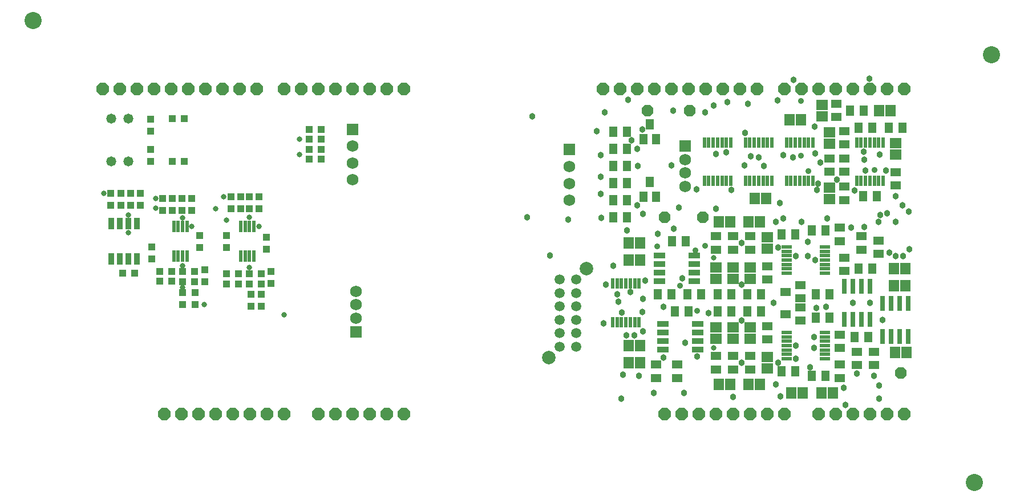
<source format=gts>
G04*
G04 #@! TF.GenerationSoftware,Altium Limited,Altium Designer,20.0.13 (296)*
G04*
G04 Layer_Color=8388736*
%FSLAX24Y24*%
%MOIN*%
G70*
G01*
G75*
%ADD29R,0.0420X0.0420*%
%ADD30R,0.0420X0.0420*%
G04:AMPARAMS|DCode=33|XSize=31.6mil|YSize=31.6mil|CornerRadius=15.8mil|HoleSize=0mil|Usage=FLASHONLY|Rotation=0.000|XOffset=0mil|YOffset=0mil|HoleType=Round|Shape=RoundedRectangle|*
%AMROUNDEDRECTD33*
21,1,0.0316,0.0000,0,0,0.0*
21,1,0.0000,0.0316,0,0,0.0*
1,1,0.0316,0.0000,0.0000*
1,1,0.0316,0.0000,0.0000*
1,1,0.0316,0.0000,0.0000*
1,1,0.0316,0.0000,0.0000*
%
%ADD33ROUNDEDRECTD33*%
%ADD34R,0.0592X0.0671*%
%ADD35R,0.0220X0.0640*%
%ADD36R,0.0640X0.0220*%
%ADD37R,0.0300X0.0860*%
%ADD38R,0.0631X0.0513*%
%ADD39R,0.0513X0.0631*%
%ADD40R,0.0631X0.0474*%
%ADD41R,0.0474X0.0631*%
%ADD42R,0.0671X0.0592*%
%ADD43R,0.0710X0.0330*%
%ADD44C,0.1000*%
%ADD45R,0.0237X0.0651*%
%ADD46R,0.0330X0.0710*%
%ADD47P,0.0801X8X22.5*%
%ADD48P,0.0736X8X22.5*%
%ADD49R,0.0680X0.0680*%
%ADD50C,0.0680*%
%ADD51C,0.0595*%
%ADD52C,0.0789*%
%ADD53C,0.0580*%
%ADD54C,0.0380*%
%ADD55C,0.0350*%
%ADD56C,0.0320*%
%ADD57C,0.0330*%
D29*
X9138Y13705D02*
D03*
Y13005D02*
D03*
X8567D02*
D03*
Y13705D02*
D03*
X10905Y9336D02*
D03*
Y8636D02*
D03*
X9650Y13705D02*
D03*
Y13005D02*
D03*
X10221D02*
D03*
Y13705D02*
D03*
X4587Y13616D02*
D03*
Y12916D02*
D03*
X5147D02*
D03*
Y13616D02*
D03*
X7044Y9420D02*
D03*
Y8720D02*
D03*
X3277Y13905D02*
D03*
Y13205D02*
D03*
X2701D02*
D03*
Y13905D02*
D03*
X2126D02*
D03*
Y13205D02*
D03*
X1550D02*
D03*
Y13905D02*
D03*
X6267Y13616D02*
D03*
Y12916D02*
D03*
X5707D02*
D03*
Y13616D02*
D03*
X3880Y17540D02*
D03*
Y18240D02*
D03*
Y16475D02*
D03*
Y15775D02*
D03*
X10325Y7996D02*
D03*
Y7296D02*
D03*
X9731Y7996D02*
D03*
Y7296D02*
D03*
X10630Y11320D02*
D03*
Y10620D02*
D03*
X6470Y8095D02*
D03*
Y7395D02*
D03*
X5750Y8095D02*
D03*
Y7395D02*
D03*
X6736Y11439D02*
D03*
Y10739D02*
D03*
X3930Y10770D02*
D03*
Y10070D02*
D03*
X8312Y11420D02*
D03*
Y10720D02*
D03*
D30*
Y8596D02*
D03*
X9012D02*
D03*
X4417Y8775D02*
D03*
X5117D02*
D03*
X9625Y9196D02*
D03*
X10325D02*
D03*
X9625Y8596D02*
D03*
X10325D02*
D03*
X8312Y9196D02*
D03*
X9012D02*
D03*
X5757Y9322D02*
D03*
X6457D02*
D03*
X5750Y8735D02*
D03*
X6450D02*
D03*
X4410Y9336D02*
D03*
X5110D02*
D03*
X5847Y18250D02*
D03*
X5147D02*
D03*
X5847Y15775D02*
D03*
X5147D02*
D03*
X13146Y17643D02*
D03*
X13846D02*
D03*
X13146Y16475D02*
D03*
X13846D02*
D03*
X13146Y17059D02*
D03*
X13846D02*
D03*
X13146Y15891D02*
D03*
X13846D02*
D03*
X2951Y9220D02*
D03*
X2251D02*
D03*
D33*
X36775Y4873D02*
D03*
Y10123D02*
D03*
D34*
X41985Y2248D02*
D03*
X41315D02*
D03*
X43065D02*
D03*
X43735D02*
D03*
X47315Y8498D02*
D03*
X47985D02*
D03*
X47315Y9498D02*
D03*
X47985D02*
D03*
X31815Y4998D02*
D03*
X32485D02*
D03*
X31815Y3998D02*
D03*
X32485D02*
D03*
X46440Y18748D02*
D03*
X47110D02*
D03*
X39485Y12248D02*
D03*
X38815D02*
D03*
X39485Y2748D02*
D03*
X38815D02*
D03*
X37065Y12248D02*
D03*
X37735D02*
D03*
X37065Y2748D02*
D03*
X37735D02*
D03*
X48035Y4598D02*
D03*
X47365D02*
D03*
X41215Y18198D02*
D03*
X41885D02*
D03*
X39165Y13598D02*
D03*
X39835D02*
D03*
X31815Y10998D02*
D03*
X32485D02*
D03*
X31815Y9998D02*
D03*
X32485D02*
D03*
D35*
X42570Y16868D02*
D03*
X42310D02*
D03*
X42060D02*
D03*
X41800D02*
D03*
X41540D02*
D03*
X41290D02*
D03*
X41030D02*
D03*
Y14628D02*
D03*
X41290D02*
D03*
X41540D02*
D03*
X41800D02*
D03*
X42060D02*
D03*
X42310D02*
D03*
X42570D02*
D03*
X32420Y8618D02*
D03*
X32160D02*
D03*
X31910D02*
D03*
X31650D02*
D03*
X31390D02*
D03*
X31140D02*
D03*
X30880D02*
D03*
Y6378D02*
D03*
X31140D02*
D03*
X31390D02*
D03*
X31650D02*
D03*
X31910D02*
D03*
X32160D02*
D03*
X32420D02*
D03*
X45130Y14628D02*
D03*
X45390D02*
D03*
X45640D02*
D03*
X45900D02*
D03*
X46160D02*
D03*
X46410D02*
D03*
X46670D02*
D03*
Y16868D02*
D03*
X46410D02*
D03*
X46160D02*
D03*
X45900D02*
D03*
X45640D02*
D03*
X45390D02*
D03*
X45130D02*
D03*
X38630Y14628D02*
D03*
X38890D02*
D03*
X39140D02*
D03*
X39400D02*
D03*
X39660D02*
D03*
X39910D02*
D03*
X40170D02*
D03*
Y16868D02*
D03*
X39910D02*
D03*
X39660D02*
D03*
X39400D02*
D03*
X39140D02*
D03*
X38890D02*
D03*
X38630D02*
D03*
X37770D02*
D03*
X37510D02*
D03*
X37260D02*
D03*
X37000D02*
D03*
X36740D02*
D03*
X36490D02*
D03*
X36230D02*
D03*
Y14628D02*
D03*
X36490D02*
D03*
X36740D02*
D03*
X37000D02*
D03*
X37260D02*
D03*
X37510D02*
D03*
X37770D02*
D03*
D36*
X41030Y5768D02*
D03*
Y5508D02*
D03*
Y5258D02*
D03*
Y4998D02*
D03*
Y4738D02*
D03*
Y4488D02*
D03*
Y4228D02*
D03*
X43270D02*
D03*
Y4488D02*
D03*
Y4738D02*
D03*
Y4998D02*
D03*
Y5258D02*
D03*
Y5508D02*
D03*
Y5768D02*
D03*
Y9228D02*
D03*
Y9488D02*
D03*
Y9738D02*
D03*
Y9998D02*
D03*
Y10258D02*
D03*
Y10508D02*
D03*
Y10768D02*
D03*
X41030D02*
D03*
Y10508D02*
D03*
Y10258D02*
D03*
Y9998D02*
D03*
Y9738D02*
D03*
Y9488D02*
D03*
Y9228D02*
D03*
D37*
X48150Y5528D02*
D03*
X47650D02*
D03*
X47150D02*
D03*
X46650D02*
D03*
Y7468D02*
D03*
X47150D02*
D03*
X47650D02*
D03*
X48150D02*
D03*
X45900Y6528D02*
D03*
X45400D02*
D03*
X44900D02*
D03*
X44400D02*
D03*
Y8468D02*
D03*
X44900D02*
D03*
X45400D02*
D03*
X45900D02*
D03*
D38*
X44150Y3104D02*
D03*
Y3892D02*
D03*
Y4854D02*
D03*
Y5642D02*
D03*
X46400Y11142D02*
D03*
Y10354D02*
D03*
X46150Y3854D02*
D03*
Y4642D02*
D03*
X45400Y11392D02*
D03*
Y10604D02*
D03*
X45150Y3854D02*
D03*
Y4642D02*
D03*
X43950Y19147D02*
D03*
Y18359D02*
D03*
X38900Y11392D02*
D03*
Y10604D02*
D03*
X37900D02*
D03*
Y11392D02*
D03*
Y4392D02*
D03*
Y3604D02*
D03*
X36900Y11392D02*
D03*
Y10604D02*
D03*
Y3604D02*
D03*
Y4392D02*
D03*
X44150Y11892D02*
D03*
Y11104D02*
D03*
X44400Y10142D02*
D03*
Y9354D02*
D03*
X38900Y3604D02*
D03*
Y4392D02*
D03*
X39900Y8854D02*
D03*
Y9642D02*
D03*
Y6142D02*
D03*
Y5354D02*
D03*
X44415Y15942D02*
D03*
Y15154D02*
D03*
Y16754D02*
D03*
Y17542D02*
D03*
X44420Y14292D02*
D03*
Y13504D02*
D03*
X33404Y3108D02*
D03*
Y3896D02*
D03*
X34650Y3892D02*
D03*
Y3104D02*
D03*
X47400Y14354D02*
D03*
Y15142D02*
D03*
X43550Y15154D02*
D03*
Y15942D02*
D03*
D39*
X43294Y3248D02*
D03*
X42506D02*
D03*
X31694Y13498D02*
D03*
X30906D02*
D03*
X43544Y6623D02*
D03*
X42756D02*
D03*
X45256Y9498D02*
D03*
X46044D02*
D03*
X45006Y5498D02*
D03*
X45794D02*
D03*
X46044Y17748D02*
D03*
X45256D02*
D03*
X47794D02*
D03*
X47006D02*
D03*
X31694Y16498D02*
D03*
X30906D02*
D03*
X41544Y3498D02*
D03*
X40756D02*
D03*
X44756Y18748D02*
D03*
X45544D02*
D03*
X31694Y12498D02*
D03*
X30906D02*
D03*
X43294Y11748D02*
D03*
X42506D02*
D03*
X43544Y7998D02*
D03*
X42756D02*
D03*
X41544Y11498D02*
D03*
X40756D02*
D03*
X31694Y14498D02*
D03*
X30906D02*
D03*
X39544Y7998D02*
D03*
X38756D02*
D03*
X39544Y6998D02*
D03*
X38756D02*
D03*
X37006Y7998D02*
D03*
X37794D02*
D03*
X37006Y6998D02*
D03*
X37794D02*
D03*
X45506Y13748D02*
D03*
X46294D02*
D03*
X35136Y11100D02*
D03*
X34349D02*
D03*
X35294Y7006D02*
D03*
X34506D02*
D03*
X31694Y15498D02*
D03*
X30906D02*
D03*
X36044Y7998D02*
D03*
X35256D02*
D03*
X34294D02*
D03*
X33506D02*
D03*
X31694Y17498D02*
D03*
X30906D02*
D03*
D40*
X41833Y6474D02*
D03*
Y7222D02*
D03*
X40967Y6848D02*
D03*
X41833Y7774D02*
D03*
Y8522D02*
D03*
X40967Y8148D02*
D03*
D41*
X32676Y13690D02*
D03*
X33424D02*
D03*
X33050Y14556D02*
D03*
X32676Y17065D02*
D03*
X33424D02*
D03*
X33050Y17931D02*
D03*
D42*
X43550Y16813D02*
D03*
Y17483D02*
D03*
X43545Y14233D02*
D03*
Y13563D02*
D03*
X39900Y10663D02*
D03*
Y11333D02*
D03*
Y4333D02*
D03*
Y3663D02*
D03*
X43110Y18413D02*
D03*
Y19083D02*
D03*
X38900Y9583D02*
D03*
Y8913D02*
D03*
Y5413D02*
D03*
Y6083D02*
D03*
X37900Y8913D02*
D03*
Y9583D02*
D03*
Y6083D02*
D03*
Y5413D02*
D03*
X36900Y9583D02*
D03*
Y8913D02*
D03*
Y5413D02*
D03*
Y6083D02*
D03*
X47400Y16163D02*
D03*
Y16833D02*
D03*
D43*
X33798Y6262D02*
D03*
Y5762D02*
D03*
Y5262D02*
D03*
Y4762D02*
D03*
X35848Y6262D02*
D03*
Y5762D02*
D03*
Y5262D02*
D03*
Y4762D02*
D03*
X33598Y10250D02*
D03*
Y9750D02*
D03*
Y9250D02*
D03*
Y8750D02*
D03*
X35648Y10250D02*
D03*
Y9750D02*
D03*
Y9250D02*
D03*
Y8750D02*
D03*
D44*
X52000Y-3000D02*
D03*
X53000Y22000D02*
D03*
X-3000Y24000D02*
D03*
D45*
X9906Y11964D02*
D03*
X9650D02*
D03*
X9394D02*
D03*
X9138D02*
D03*
X9906Y10232D02*
D03*
X9650D02*
D03*
X9394D02*
D03*
X9138D02*
D03*
X5998Y11971D02*
D03*
X5742D02*
D03*
X5486D02*
D03*
X5230D02*
D03*
X5998Y10239D02*
D03*
X5742D02*
D03*
X5486D02*
D03*
X5230D02*
D03*
D46*
X1570Y10070D02*
D03*
X2070D02*
D03*
X2570D02*
D03*
X3070D02*
D03*
X1570Y12120D02*
D03*
X2070D02*
D03*
X2570D02*
D03*
X3070D02*
D03*
D47*
X43900Y19998D02*
D03*
X42900Y998D02*
D03*
X44900Y19998D02*
D03*
X45900D02*
D03*
X46900D02*
D03*
X47900D02*
D03*
X42900D02*
D03*
X41900D02*
D03*
X40900D02*
D03*
X39300D02*
D03*
X38300D02*
D03*
X37300D02*
D03*
X36300D02*
D03*
X35300D02*
D03*
X34300D02*
D03*
X33300D02*
D03*
X32300D02*
D03*
X43900Y998D02*
D03*
X44900D02*
D03*
X45900D02*
D03*
X46900D02*
D03*
X47900D02*
D03*
X40900D02*
D03*
X39900D02*
D03*
X38900D02*
D03*
X37900D02*
D03*
X36900D02*
D03*
X35900D02*
D03*
X31300Y19998D02*
D03*
X30300D02*
D03*
X34900Y998D02*
D03*
X33900D02*
D03*
X14670Y20000D02*
D03*
X13670Y1000D02*
D03*
X15670Y20000D02*
D03*
X16670D02*
D03*
X17670D02*
D03*
X18670D02*
D03*
X13670D02*
D03*
X12670D02*
D03*
X11670D02*
D03*
X10070D02*
D03*
X9070D02*
D03*
X8070D02*
D03*
X7070D02*
D03*
X6070D02*
D03*
X5070D02*
D03*
X4070D02*
D03*
X3070D02*
D03*
X14670Y1000D02*
D03*
X15670D02*
D03*
X16670D02*
D03*
X17670D02*
D03*
X18670D02*
D03*
X11670D02*
D03*
X10670D02*
D03*
X9670D02*
D03*
X8670D02*
D03*
X7670D02*
D03*
X6670D02*
D03*
X2070Y20000D02*
D03*
X1070D02*
D03*
X5670Y1000D02*
D03*
X4670D02*
D03*
D48*
X47700Y3398D02*
D03*
X36150Y12498D02*
D03*
X33900D02*
D03*
X35380Y18748D02*
D03*
X32920D02*
D03*
D49*
X28350Y16451D02*
D03*
X35100Y16660D02*
D03*
X15670Y17643D02*
D03*
X15870Y5815D02*
D03*
D50*
X28350Y15467D02*
D03*
Y14482D02*
D03*
Y13498D02*
D03*
X35100Y15873D02*
D03*
Y15085D02*
D03*
Y14298D02*
D03*
X15670Y16659D02*
D03*
Y15674D02*
D03*
Y14690D02*
D03*
X15870Y8177D02*
D03*
Y7389D02*
D03*
Y6602D02*
D03*
D51*
X27760Y8868D02*
D03*
Y8081D02*
D03*
Y7293D02*
D03*
Y6506D02*
D03*
Y5719D02*
D03*
Y4931D02*
D03*
X28744Y8868D02*
D03*
Y8081D02*
D03*
Y7293D02*
D03*
Y6506D02*
D03*
Y5719D02*
D03*
Y4931D02*
D03*
D52*
X29355Y9498D02*
D03*
X27150Y4301D02*
D03*
D53*
X2580Y18250D02*
D03*
X1580D02*
D03*
X2580Y15775D02*
D03*
X1580D02*
D03*
D54*
X32775Y8798D02*
D03*
X42650Y5508D02*
D03*
X40850Y12448D02*
D03*
X45000Y14061D02*
D03*
X38950Y16061D02*
D03*
X37500Y16298D02*
D03*
X44794Y11892D02*
D03*
X44479Y1541D02*
D03*
X45563Y15861D02*
D03*
X42720Y16248D02*
D03*
X42775Y7186D02*
D03*
X31400Y6936D02*
D03*
X47800Y13198D02*
D03*
X37900Y1998D02*
D03*
X43400Y12436D02*
D03*
X46150Y3248D02*
D03*
X46650Y6498D02*
D03*
X41588Y4998D02*
D03*
X46400Y12248D02*
D03*
X47400Y10248D02*
D03*
X46900Y12748D02*
D03*
X31713Y11748D02*
D03*
X41400Y15998D02*
D03*
X39700Y15498D02*
D03*
X32300Y16498D02*
D03*
X31212Y7561D02*
D03*
X32300Y13198D02*
D03*
X32650Y7748D02*
D03*
X31150Y7998D02*
D03*
X44900Y7498D02*
D03*
X43000Y15698D02*
D03*
X41900Y12248D02*
D03*
X40400D02*
D03*
X41588Y10248D02*
D03*
X42400Y3748D02*
D03*
X41588Y4248D02*
D03*
X40400Y2748D02*
D03*
X42275Y10248D02*
D03*
X38400Y10998D02*
D03*
X42650Y4873D02*
D03*
X47850Y10248D02*
D03*
X42800Y14098D02*
D03*
X38605Y17436D02*
D03*
X45650Y15248D02*
D03*
X32400Y3248D02*
D03*
X25875Y12498D02*
D03*
X26175Y18398D02*
D03*
X31475Y3298D02*
D03*
X32325Y15498D02*
D03*
X36775Y19023D02*
D03*
X40830Y16128D02*
D03*
X40630Y13328D02*
D03*
X42875Y14483D02*
D03*
X46500Y12648D02*
D03*
X43970Y14713D02*
D03*
X30465Y8566D02*
D03*
X45157Y3366D02*
D03*
X44361Y2549D02*
D03*
X31369Y1904D02*
D03*
X40525Y3998D02*
D03*
X40500Y19323D02*
D03*
X34725Y13073D02*
D03*
X34428Y11848D02*
D03*
X30400Y18623D02*
D03*
X27200Y10273D02*
D03*
X30900Y9673D02*
D03*
X30333Y6297D02*
D03*
X40687Y2045D02*
D03*
X33275Y2248D02*
D03*
X35025D02*
D03*
X46435Y2675D02*
D03*
Y1888D02*
D03*
X47025Y10436D02*
D03*
X43349Y7255D02*
D03*
X45900Y7498D02*
D03*
X47400Y13748D02*
D03*
X42262Y11061D02*
D03*
X35097Y5156D02*
D03*
X36475Y6888D02*
D03*
X40275Y7498D02*
D03*
X40525Y10748D02*
D03*
X31988Y16998D02*
D03*
X32625Y12698D02*
D03*
X32613Y17623D02*
D03*
X34300Y15538D02*
D03*
X28275Y12373D02*
D03*
X30175Y13873D02*
D03*
Y16123D02*
D03*
X31775Y19373D02*
D03*
X36275Y18623D02*
D03*
X37575Y19223D02*
D03*
X38775Y19123D02*
D03*
X46825Y15223D02*
D03*
X45525Y16323D02*
D03*
X46475Y16179D02*
D03*
X34400Y18748D02*
D03*
X35775Y14123D02*
D03*
X36900Y16198D02*
D03*
X29950Y17523D02*
D03*
X30175Y14873D02*
D03*
X30213Y12473D02*
D03*
X42670Y17808D02*
D03*
X41430Y20548D02*
D03*
X45890Y20588D02*
D03*
X32144Y5589D02*
D03*
X38400Y3998D02*
D03*
X38404Y6455D02*
D03*
X38400Y8551D02*
D03*
X42695Y9998D02*
D03*
X47400Y12248D02*
D03*
X48207Y10628D02*
D03*
X48169Y12834D02*
D03*
X31672Y5589D02*
D03*
X39400Y16013D02*
D03*
X33522Y11533D02*
D03*
X36900Y12998D02*
D03*
X34939Y8935D02*
D03*
X32617Y6967D02*
D03*
X33837Y7282D02*
D03*
X33850Y4298D02*
D03*
X32650Y5833D02*
D03*
X35806Y4368D02*
D03*
X31900Y8123D02*
D03*
X38588Y15548D02*
D03*
X37800Y14098D02*
D03*
X45588Y11936D02*
D03*
D55*
X42300Y15198D02*
D03*
X46170Y15268D02*
D03*
X41860Y16108D02*
D03*
Y19288D02*
D03*
X35724Y10577D02*
D03*
X34821Y8502D02*
D03*
X36278Y10825D02*
D03*
X35806Y7045D02*
D03*
X33483Y10785D02*
D03*
D56*
X9650Y9560D02*
D03*
X5742Y12480D02*
D03*
Y9680D02*
D03*
X9650Y12485D02*
D03*
X4180Y13020D02*
D03*
X7670Y13005D02*
D03*
X7020Y7400D02*
D03*
X5750Y8410D02*
D03*
X8312Y12340D02*
D03*
X11670Y6789D02*
D03*
D57*
X6267Y11971D02*
D03*
X4180Y13616D02*
D03*
X1150Y13890D02*
D03*
X8150Y13705D02*
D03*
X10221Y11964D02*
D03*
X12570Y16170D02*
D03*
Y17059D02*
D03*
X2580Y11610D02*
D03*
X2570Y12626D02*
D03*
M02*

</source>
